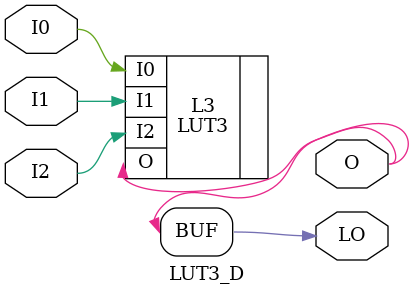
<source format=v>

`timescale  1 ps / 1 ps


module LUT3_D (LO, O, I0, I1, I2);

    parameter [7:0] INIT = 8'h00;

    input I0, I1, I2;

    output LO, O;
    
    wire LO;
    wire O;

    LUT3 #(.INIT(INIT)) L3 (.O(O), .I0(I0), .I1(I1), .I2(I2));

    assign LO = O;

endmodule



</source>
